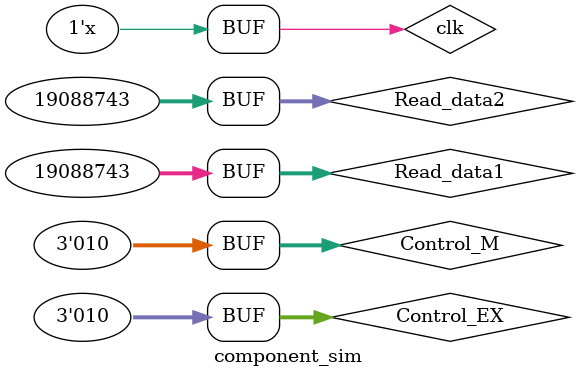
<source format=v>
`timescale 1ns / 1ps


module component_sim;
    reg clk = 0;
    always #10 clk = ~clk;
    
    // test declear    
//    wire[31:0] test, notSingleWire; 

//     IF_ID
//    reg [31:0] instMem_output = 32'h01234567;
//    always #40 instMem_output = ~instMem_output;
//    wire [31:0] instruction;
//    reg IFWrite = 0;
//    always #20 IFWrite = ~IFWrite;
//    IFID IFID(clk, instMem_output, IFWrite, instruction);

    // IDEX
    wire Control_WB;
    reg [2:0] Control_M = 3'b010;
    reg [2:0] Control_EX = 3'b010;
    reg [31:0] Read_data1 = 32'h01234567, Read_data2 = 32'h01234567;
    
endmodule

</source>
